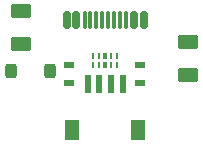
<source format=gtp>
G04 #@! TF.GenerationSoftware,KiCad,Pcbnew,(5.99.0-10960-g5f1e9bc8a7)*
G04 #@! TF.CreationDate,2021-09-24T19:17:02+02:00*
G04 #@! TF.ProjectId,Unified-Daughterboard,556e6966-6965-4642-9d44-617567687465,C3*
G04 #@! TF.SameCoordinates,Original*
G04 #@! TF.FileFunction,Paste,Top*
G04 #@! TF.FilePolarity,Positive*
%FSLAX46Y46*%
G04 Gerber Fmt 4.6, Leading zero omitted, Abs format (unit mm)*
G04 Created by KiCad (PCBNEW (5.99.0-10960-g5f1e9bc8a7)) date 2021-09-24 19:17:02*
%MOMM*%
%LPD*%
G01*
G04 APERTURE LIST*
G04 Aperture macros list*
%AMRoundRect*
0 Rectangle with rounded corners*
0 $1 Rounding radius*
0 $2 $3 $4 $5 $6 $7 $8 $9 X,Y pos of 4 corners*
0 Add a 4 corners polygon primitive as box body*
4,1,4,$2,$3,$4,$5,$6,$7,$8,$9,$2,$3,0*
0 Add four circle primitives for the rounded corners*
1,1,$1+$1,$2,$3*
1,1,$1+$1,$4,$5*
1,1,$1+$1,$6,$7*
1,1,$1+$1,$8,$9*
0 Add four rect primitives between the rounded corners*
20,1,$1+$1,$2,$3,$4,$5,0*
20,1,$1+$1,$4,$5,$6,$7,0*
20,1,$1+$1,$6,$7,$8,$9,0*
20,1,$1+$1,$8,$9,$2,$3,0*%
G04 Aperture macros list end*
%ADD10RoundRect,0.150000X0.150000X0.575000X-0.150000X0.575000X-0.150000X-0.575000X0.150000X-0.575000X0*%
%ADD11RoundRect,0.075000X0.075000X0.650000X-0.075000X0.650000X-0.075000X-0.650000X0.075000X-0.650000X0*%
%ADD12R,1.200000X1.800000*%
%ADD13R,0.600000X1.550000*%
%ADD14RoundRect,0.250000X0.250000X0.350000X-0.250000X0.350000X-0.250000X-0.350000X0.250000X-0.350000X0*%
%ADD15RoundRect,0.250000X-0.625000X0.375000X-0.625000X-0.375000X0.625000X-0.375000X0.625000X0.375000X0*%
%ADD16RoundRect,0.125000X0.000000X-0.150000X0.000000X-0.150000X0.000000X0.150000X0.000000X0.150000X0*%
%ADD17R,0.250000X0.550000*%
%ADD18R,0.300000X0.550000*%
%ADD19R,0.900000X0.500000*%
%ADD20RoundRect,0.250000X0.625000X-0.375000X0.625000X0.375000X-0.625000X0.375000X-0.625000X-0.375000X0*%
G04 APERTURE END LIST*
D10*
X78252500Y-62618000D03*
X77452500Y-62618000D03*
D11*
X76252500Y-62618000D03*
X75256500Y-62618000D03*
X74752500Y-62618000D03*
X73752500Y-62618000D03*
D10*
X71752500Y-62618000D03*
X72552500Y-62618000D03*
D11*
X73252500Y-62618000D03*
X74252500Y-62618000D03*
X75752500Y-62618000D03*
X76752500Y-62618000D03*
D12*
X77804500Y-71893000D03*
X72204500Y-71893000D03*
D13*
X73504500Y-68018000D03*
X74504500Y-68018000D03*
X75504500Y-68018000D03*
X76504500Y-68018000D03*
D14*
X70302500Y-66890000D03*
X67002500Y-66890000D03*
D15*
X67890500Y-61807000D03*
X67890500Y-64607000D03*
D16*
X74002500Y-66411400D03*
D17*
X74502500Y-66411400D03*
D18*
X75002500Y-66411400D03*
D17*
X75502500Y-66411400D03*
X76002500Y-66411400D03*
X76002500Y-65641400D03*
X75502500Y-65641400D03*
D18*
X75002500Y-65641400D03*
D17*
X74502500Y-65641400D03*
X74002500Y-65641400D03*
D19*
X71954500Y-66379000D03*
X71954500Y-67879000D03*
X77923500Y-66379000D03*
X77923500Y-67879000D03*
D20*
X81987500Y-67274000D03*
X81987500Y-64474000D03*
M02*

</source>
